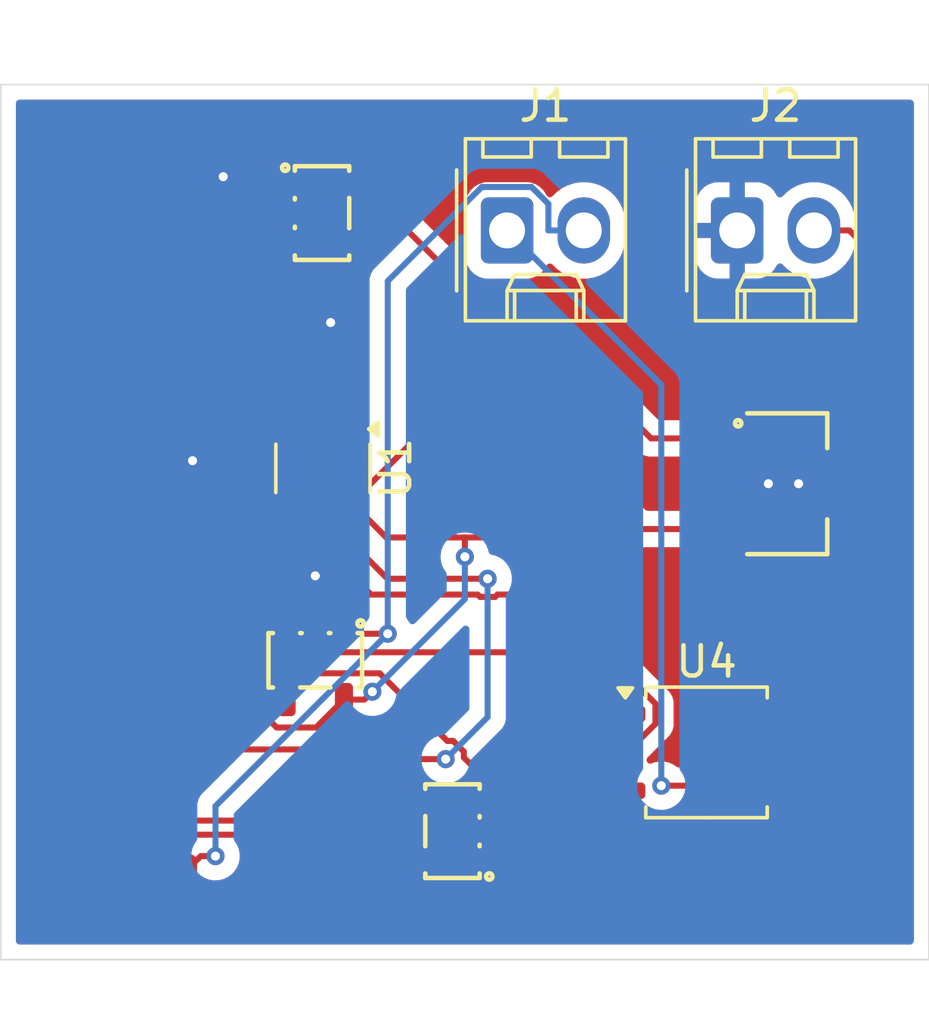
<source format=kicad_pcb>
(kicad_pcb (version 20241229) (generator "pcbnew") (generator_version "9.0")
  (layers (0 "F.Cu" signal) (2 "B.Cu" signal) (13 "F.Paste" user) (15 "B.Paste" user) (5 "F.SilkS" user "F.Silkscreen") (7 "B.SilkS" user "B.Silkscreen") (1 "F.Mask" user) (3 "B.Mask" user) (25 "Edge.Cuts" user))
  (net 0 "")
  (net 1 "+12V")
  (net 2 "GND")
  (net 3 "+5V")
  (net 4 "/LED_Power")
  (net 5 "/Raw_PCB_State_OK")
  (net 6 "/0.75V")
  (net 7 "/4.25V")
  (net 8 "Net-(R8-Pad1)")
  (net 9 "Net-(R8-Pad2)")
  (net 10 "/SCS_Compliance")
  (net 11 "/PCB_State_OK")
  (net 12 "Net-(U5-+)")
  (footprint "PCM_JLCPCB:C_0805" (layer "F.Cu") (at 83.312 75.184)
    (property "Reference" "C2" (hide yes))
    (property "Value" "330nF")
    (pad "1" smd roundrect (at -0.95 0) (size 1 1.45) (layers "F.Cu" "F.Mask" "F.Paste") (net 1 "+12V"))
    (pad "2" smd roundrect (at 0.95 0) (size 1 1.45) (layers "F.Cu" "F.Mask" "F.Paste") (net 2 "GND"))
  )
  (footprint "PCM_JLCPCB:R_0805" (layer "F.Cu") (at 68.728 86.262)
    (property "Reference" "R9" (hide yes))
    (property "Value" "10kΩ")
    (pad "1" smd roundrect (at -0.91 0) (size 1.02 1.4) (layers "F.Cu" "F.Mask" "F.Paste") (roundrect_rratio 0.243902) (net 3 "+5V"))
    (pad "2" smd roundrect (at 0.91 0) (size 1.02 1.4) (layers "F.Cu" "F.Mask" "F.Paste") (roundrect_rratio 0.243902) (net 10 "/SCS_Compliance"))
  )
  (footprint "PCM_JLCPCB:C_0805" (layer "F.Cu") (at 83.312 79.248)
    (property "Reference" "C3" (hide yes))
    (property "Value" "100nF")
    (pad "1" smd roundrect (at -0.95 0) (size 1 1.45) (layers "F.Cu" "F.Mask" "F.Paste") (net 3 "+5V"))
    (pad "2" smd roundrect (at 0.95 0) (size 1 1.45) (layers "F.Cu" "F.Mask" "F.Paste") (net 2 "GND"))
  )
  (footprint "Package_TO_SOT_SMD:SOT-23-5" (layer "F.Cu") (at 75.692 76.962 -90)
    (property "Reference" "U1" (at 0 -2.4 90) (layer "F.SilkS"))
    (property "Value" "74AHC1G08")
    (fp_line (start 0 1.56) (end -0.8 1.56) (stroke (width 0.12)) (layer "F.SilkS"))
    (fp_line (start 0 1.56) (end 0.8 1.56) (stroke (width 0.12)) (layer "F.SilkS"))
    (fp_line (start 0 -1.56) (end -0.8 -1.56) (stroke (width 0.12)) (layer "F.SilkS"))
    (fp_line (start 0 -1.56) (end 0.8 -1.56) (stroke (width 0.12)) (layer "F.SilkS"))
    (fp_poly (pts (xy -1.3 -1.51) (xy -1.54 -1.84) (xy -1.06 -1.84)) (stroke (width 0.12)) (fill yes) (layer "F.SilkS"))
    (pad "1" smd roundrect (at -1.1375 -0.95 270) (size 1.325 0.6) (layers "F.Cu" "F.Mask" "F.Paste") (net 11 "/PCB_State_OK"))
    (pad "2" smd roundrect (at -1.1375 0 270) (size 1.325 0.6) (layers "F.Cu" "F.Mask" "F.Paste") (net 10 "/SCS_Compliance"))
    (pad "3" smd roundrect (at -1.1375 0.95 270) (size 1.325 0.6) (layers "F.Cu" "F.Mask" "F.Paste") (net 2 "GND"))
    (pad "4" smd roundrect (at 1.1375 0.95 270) (size 1.325 0.6) (layers "F.Cu" "F.Mask" "F.Paste") (net 8 "Net-(R8-Pad1)"))
    (pad "5" smd roundrect (at 1.1375 -0.95 270) (size 1.325 0.6) (layers "F.Cu" "F.Mask" "F.Paste") (net 3 "+5V"))
  )
  (footprint "PCM_JLCPCB:R_0805" (layer "F.Cu") (at 68.58 82.55)
    (property "Reference" "R8" (hide yes))
    (property "Value" "2.2kΩ")
    (pad "1" smd roundrect (at -0.91 0) (size 1.02 1.4) (layers "F.Cu" "F.Mask" "F.Paste") (roundrect_rratio 0.243902) (net 8 "Net-(R8-Pad1)"))
    (pad "2" smd roundrect (at 0.91 0) (size 1.02 1.4) (layers "F.Cu" "F.Mask" "F.Paste") (roundrect_rratio 0.243902) (net 9 "Net-(R8-Pad2)"))
  )
  (footprint "Connector_Molex:Molex_KK-254_AE-6410-02A_1x02_P2.54mm_Vertical" (layer "F.Cu") (at 89.408 69.088)
    (property "Reference" "J2" (at 1.27 -4.12 0) (layer "F.SilkS"))
    (property "Value" "Conn_01x02")
    (fp_line (start -1.67 -2) (end -1.67 2) (stroke (width 0.12)) (layer "F.SilkS"))
    (fp_line (start -1.38 -3.03) (end -1.38 2.99) (stroke (width 0.12)) (layer "F.SilkS"))
    (fp_line (start -1.38 2.99) (end 3.92 2.99) (stroke (width 0.12)) (layer "F.SilkS"))
    (fp_line (start -0.8 -3.03) (end -0.8 -2.43) (stroke (width 0.12)) (layer "F.SilkS"))
    (fp_line (start -0.8 -2.43) (end 0.8 -2.43) (stroke (width 0.12)) (layer "F.SilkS"))
    (fp_line (start 0 1.99) (end 0.25 1.46) (stroke (width 0.12)) (layer "F.SilkS"))
    (fp_line (start 0 1.99) (end 2.54 1.99) (stroke (width 0.12)) (layer "F.SilkS"))
    (fp_line (start 0 2.99) (end 0 1.99) (stroke (width 0.12)) (layer "F.SilkS"))
    (fp_line (start 0.25 1.46) (end 2.29 1.46) (stroke (width 0.12)) (layer "F.SilkS"))
    (fp_line (start 0.25 2.99) (end 0.25 1.99) (stroke (width 0.12)) (layer "F.SilkS"))
    (fp_line (start 0.8 -2.43) (end 0.8 -3.03) (stroke (width 0.12)) (layer "F.SilkS"))
    (fp_line (start 1.74 -3.03) (end 1.74 -2.43) (stroke (width 0.12)) (layer "F.SilkS"))
    (fp_line (start 1.74 -2.43) (end 3.34 -2.43) (stroke (width 0.12)) (layer "F.SilkS"))
    (fp_line (start 2.29 1.46) (end 2.54 1.99) (stroke (width 0.12)) (layer "F.SilkS"))
    (fp_line (start 2.29 2.99) (end 2.29 1.99) (stroke (width 0.12)) (layer "F.SilkS"))
    (fp_line (start 2.54 1.99) (end 2.54 2.99) (stroke (width 0.12)) (layer "F.SilkS"))
    (fp_line (start 3.34 -2.43) (end 3.34 -3.03) (stroke (width 0.12)) (layer "F.SilkS"))
    (fp_line (start 3.92 -3.03) (end -1.38 -3.03) (stroke (width 0.12)) (layer "F.SilkS"))
    (fp_line (start 3.92 2.99) (end 3.92 -3.03) (stroke (width 0.12)) (layer "F.SilkS"))
    (pad "1" thru_hole roundrect (at 0 0) (size 1.74 2.19) (drill 1.19) (layers "*.Cu" "*.Mask") (roundrect_rratio 0.143678) (net 2 "GND"))
    (pad "2" thru_hole oval (at 2.54 0) (size 1.74 2.19) (drill 1.19) (layers "*.Cu" "*.Mask") (net 1 "+12V"))
  )
  (footprint "PCM_JLCPCB:R_0805" (layer "F.Cu") (at 70.104 90.424)
    (property "Reference" "R10" (hide yes))
    (property "Value" "510kΩ")
    (pad "1" smd roundrect (at -0.91 0) (size 1.02 1.4) (layers "F.Cu" "F.Mask" "F.Paste") (roundrect_rratio 0.243902) (net 2 "GND"))
    (pad "2" smd roundrect (at 0.91 0) (size 1.02 1.4) (layers "F.Cu" "F.Mask" "F.Paste") (roundrect_rratio 0.243902) (net 5 "/Raw_PCB_State_OK"))
  )
  (footprint "PCM_JLCPCB:R_0805" (layer "F.Cu") (at 68.728 75.438)
    (property "Reference" "R6" (hide yes))
    (property "Value" "12kΩ")
    (pad "1" smd roundrect (at -0.91 0) (size 1.02 1.4) (layers "F.Cu" "F.Mask" "F.Paste") (roundrect_rratio 0.243902) (net 6 "/0.75V"))
    (pad "2" smd roundrect (at 0.91 0) (size 1.02 1.4) (layers "F.Cu" "F.Mask" "F.Paste") (roundrect_rratio 0.243902) (net 2 "GND"))
  )
  (footprint "Package_SO:SOP-4_3.8x4.1mm_P2.54mm" (layer "F.Cu") (at 88.392 86.36)
    (property "Reference" "U4" (at 0 -3 0) (layer "F.SilkS"))
    (property "Value" "CPC1017N")
    (fp_line (start -2.01 -2.16) (end -2.01 -1.805) (stroke (width 0.12)) (layer "F.SilkS"))
    (fp_line (start -2.01 2.16) (end -2.01 1.805) (stroke (width 0.12)) (layer "F.SilkS"))
    (fp_line (start 0 -2.16) (end -2.01 -2.16) (stroke (width 0.12)) (layer "F.SilkS"))
    (fp_line (start 0 -2.16) (end 2.01 -2.16) (stroke (width 0.12)) (layer "F.SilkS"))
    (fp_line (start 0 2.16) (end -2.01 2.16) (stroke (width 0.12)) (layer "F.SilkS"))
    (fp_line (start 0 2.16) (end 2.01 2.16) (stroke (width 0.12)) (layer "F.SilkS"))
    (fp_line (start 2.01 -2.16) (end 2.01 -1.805) (stroke (width 0.12)) (layer "F.SilkS"))
    (fp_line (start 2.01 2.16) (end 2.01 1.805) (stroke (width 0.12)) (layer "F.SilkS"))
    (fp_poly (pts (xy -2.6875 -1.805) (xy -2.9275 -2.135) (xy -2.4475 -2.135)) (stroke (width 0.12)) (fill yes) (layer "F.SilkS"))
    (pad "1" smd roundrect (at -2.75 -1.27) (size 1.45 0.55) (layers "F.Cu" "F.Mask" "F.Paste") (net 9 "Net-(R8-Pad2)"))
    (pad "2" smd roundrect (at -2.75 1.27) (size 1.45 0.55) (layers "F.Cu" "F.Mask" "F.Paste") (net 2 "GND"))
    (pad "3" smd roundrect (at 2.75 1.27) (size 1.45 0.55) (layers "F.Cu" "F.Mask" "F.Paste") (net 4 "/LED_Power"))
    (pad "4" smd roundrect (at 2.75 -1.27) (size 1.45 0.55) (layers "F.Cu" "F.Mask" "F.Paste") (net 1 "+12V"))
  )
  (footprint "Connector_Molex:Molex_KK-254_AE-6410-02A_1x02_P2.54mm_Vertical" (layer "F.Cu") (at 81.788 69.088)
    (property "Reference" "J1" (at 1.27 -4.12 0) (layer "F.SilkS"))
    (property "Value" "Conn_01x02")
    (fp_line (start -1.67 -2) (end -1.67 2) (stroke (width 0.12)) (layer "F.SilkS"))
    (fp_line (start -1.38 -3.03) (end -1.38 2.99) (stroke (width 0.12)) (layer "F.SilkS"))
    (fp_line (start -1.38 2.99) (end 3.92 2.99) (stroke (width 0.12)) (layer "F.SilkS"))
    (fp_line (start -0.8 -3.03) (end -0.8 -2.43) (stroke (width 0.12)) (layer "F.SilkS"))
    (fp_line (start -0.8 -2.43) (end 0.8 -2.43) (stroke (width 0.12)) (layer "F.SilkS"))
    (fp_line (start 0 1.99) (end 0.25 1.46) (stroke (width 0.12)) (layer "F.SilkS"))
    (fp_line (start 0 1.99) (end 2.54 1.99) (stroke (width 0.12)) (layer "F.SilkS"))
    (fp_line (start 0 2.99) (end 0 1.99) (stroke (width 0.12)) (layer "F.SilkS"))
    (fp_line (start 0.25 1.46) (end 2.29 1.46) (stroke (width 0.12)) (layer "F.SilkS"))
    (fp_line (start 0.25 2.99) (end 0.25 1.99) (stroke (width 0.12)) (layer "F.SilkS"))
    (fp_line (start 0.8 -2.43) (end 0.8 -3.03) (stroke (width 0.12)) (layer "F.SilkS"))
    (fp_line (start 1.74 -3.03) (end 1.74 -2.43) (stroke (width 0.12)) (layer "F.SilkS"))
    (fp_line (start 1.74 -2.43) (end 3.34 -2.43) (stroke (width 0.12)) (layer "F.SilkS"))
    (fp_line (start 2.29 1.46) (end 2.54 1.99) (stroke (width 0.12)) (layer "F.SilkS"))
    (fp_line (start 2.29 2.99) (end 2.29 1.99) (stroke (width 0.12)) (layer "F.SilkS"))
    (fp_line (start 2.54 1.99) (end 2.54 2.99) (stroke (width 0.12)) (layer "F.SilkS"))
    (fp_line (start 3.34 -2.43) (end 3.34 -3.03) (stroke (width 0.12)) (layer "F.SilkS"))
    (fp_line (start 3.92 -3.03) (end -1.38 -3.03) (stroke (width 0.12)) (layer "F.SilkS"))
    (fp_line (start 3.92 2.99) (end 3.92 -3.03) (stroke (width 0.12)) (layer "F.SilkS"))
    (pad "1" thru_hole roundrect (at 0 0) (size 1.74 2.19) (drill 1.19) (layers "*.Cu" "*.Mask") (roundrect_rratio 0.143678) (net 4 "/LED_Power"))
    (pad "2" thru_hole oval (at 2.54 0) (size 1.74 2.19) (drill 1.19) (layers "*.Cu" "*.Mask") (net 5 "/Raw_PCB_State_OK"))
  )
  (footprint "PCM_JLCPCB:SOT-23-5_L3.0-W1.7-P0.95-LS2.8-BR" (layer "F.Cu") (at 75.438 83.312 90)
    (property "Reference" "U7" (hide yes))
    (property "Value" "LMV321IDBVR")
    (fp_line (start 0.9 -1.55) (end 0.9 -1.4) (stroke (width 0.15)) (layer "F.SilkS"))
    (fp_line (start -0.9 -1.55) (end 0.9 -1.55) (stroke (width 0.15)) (layer "F.SilkS"))
    (fp_line (start -0.9 -1.55) (end -0.9 -1.4) (stroke (width 0.15)) (layer "F.SilkS"))
    (fp_line (start 0.9 -0.5) (end 0.9 -0.45) (stroke (width 0.15)) (layer "F.SilkS"))
    (fp_line (start -0.9 -0.5) (end -0.9 0.5) (stroke (width 0.15)) (layer "F.SilkS"))
    (fp_line (start 0.9 0.45) (end 0.9 0.5) (stroke (width 0.15)) (layer "F.SilkS"))
    (fp_line (start 0.9 1.4) (end 0.9 1.55) (stroke (width 0.15)) (layer "F.SilkS"))
    (fp_line (start -0.9 1.4) (end -0.9 1.55) (stroke (width 0.15)) (layer "F.SilkS"))
    (fp_line (start -0.9 1.55) (end 0.9 1.55) (stroke (width 0.15)) (layer "F.SilkS"))
    (fp_circle (center 1.22 1.5) (end 1.25 1.5) (stroke (width 0.15)) (fill no) (layer "F.SilkS"))
    (pad "1" smd roundrect (at 1.3 0.95 90) (size 1.1 0.6) (layers "F.Cu" "F.Mask" "F.Paste") (net 5 "/Raw_PCB_State_OK"))
    (pad "2" smd roundrect (at 1.3 0 90) (size 1.1 0.6) (layers "F.Cu" "F.Mask" "F.Paste") (net 2 "GND"))
    (pad "3" smd roundrect (at 1.3 -0.95 90) (size 1.1 0.6) (layers "F.Cu" "F.Mask" "F.Paste") (net 12 "Net-(U5-+)"))
    (pad "4" smd roundrect (at -1.3 -0.95 90) (size 1.1 0.6) (layers "F.Cu" "F.Mask" "F.Paste") (net 12 "Net-(U5-+)"))
    (pad "5" smd roundrect (at -1.3 0.95 90) (size 1.1 0.6) (layers "F.Cu" "F.Mask" "F.Paste") (net 3 "+5V"))
  )
  (footprint "PCM_JLCPCB:SOT-23-5_L3.0-W1.7-P0.95-LS2.8-BR" (layer "F.Cu") (at 79.98 88.966)
    (property "Reference" "U8" (hide yes))
    (property "Value" "LMV321IDBVR")
    (fp_line (start -0.9 -1.55) (end -0.9 -1.4) (stroke (width 0.15)) (layer "F.SilkS"))
    (fp_line (start -0.9 -1.55) (end 0.9 -1.55) (stroke (width 0.15)) (layer "F.SilkS"))
    (fp_line (start -0.9 -0.5) (end -0.9 0.5) (stroke (width 0.15)) (layer "F.SilkS"))
    (fp_line (start -0.9 1.4) (end -0.9 1.55) (stroke (width 0.15)) (layer "F.SilkS"))
    (fp_line (start -0.9 1.55) (end 0.9 1.55) (stroke (width 0.15)) (layer "F.SilkS"))
    (fp_line (start 0.9 -1.55) (end 0.9 -1.4) (stroke (width 0.15)) (layer "F.SilkS"))
    (fp_line (start 0.9 -0.5) (end 0.9 -0.45) (stroke (width 0.15)) (layer "F.SilkS"))
    (fp_line (start 0.9 0.45) (end 0.9 0.5) (stroke (width 0.15)) (layer "F.SilkS"))
    (fp_line (start 0.9 1.4) (end 0.9 1.55) (stroke (width 0.15)) (layer "F.SilkS"))
    (fp_circle (center 1.22 1.5) (end 1.25 1.5) (stroke (width 0.15)) (fill no) (layer "F.SilkS"))
    (pad "1" smd roundrect (at 1.3 0.95) (size 1.1 0.6) (layers "F.Cu" "F.Mask" "F.Paste") (net 7 "/4.25V"))
    (pad "2" smd roundrect (at 1.3 0) (size 1.1 0.6) (layers "F.Cu" "F.Mask" "F.Paste") (net 2 "GND"))
    (pad "3" smd roundrect (at 1.3 -0.95) (size 1.1 0.6) (layers "F.Cu" "F.Mask" "F.Paste") (net 12 "Net-(U5-+)"))
    (pad "4" smd roundrect (at -1.3 -0.95) (size 1.1 0.6) (layers "F.Cu" "F.Mask" "F.Paste") (net 10 "/SCS_Compliance"))
    (pad "5" smd roundrect (at -1.3 0.95) (size 1.1 0.6) (layers "F.Cu" "F.Mask" "F.Paste") (net 3 "+5V"))
  )
  (footprint "PCM_JLCPCB:SOT-89-3_L4.5-W2.5-P1.50-LS4.2-BR" (layer "F.Cu") (at 90.44 77.47 180)
    (property "Reference" "U6" (hide yes))
    (property "Value" "78L05G")
    (fp_line (start 0.7 2.33) (end -1.95 2.33) (stroke (width 0.15)) (layer "F.SilkS"))
    (fp_line (start 0.7 -2.33) (end -1.95 -2.33) (stroke (width 0.15)) (layer "F.SilkS"))
    (fp_line (start -1.95 2.33) (end -1.95 1.18) (stroke (width 0.15)) (layer "F.SilkS"))
    (fp_line (start -1.95 -2.33) (end -1.95 -1.18) (stroke (width 0.15)) (layer "F.SilkS"))
    (fp_circle (center 1 2) (end 1.03 2) (stroke (width 0.15)) (fill no) (layer "F.SilkS"))
    (pad "1" smd roundrect (at 1.36 1.5 180) (size 1.58 0.67) (layers "F.Cu" "F.Mask" "F.Paste") (net 3 "+5V"))
    (pad "2" smd custom (at -1.36 0 180) (size 0.1 0.1) (layers "F.Cu" "F.Mask" "F.Paste") (net 2 "GND") (options (clearance outline) (anchor circle)) (primitives (gr_poly (pts (xy -0.926975 -0.95) (xy 0.927229 -0.95) (xy 0.971755 -0.948895) (xy 1.01618 -0.945771) (xy 1.060427 -0.940564) (xy 1.104369 -0.933299) (xy 1.14793 -0.923952) (xy 1.190983 -0.912598) (xy 1.233477 -0.899238) (xy 1.275286 -0.883896) (xy 1.316332 -0.866599) (xy 1.356541 -0.847422) (xy 1.395784 -0.826365) (xy 1.434011 -0.80348) (xy 1.47112 -0.778842) (xy 1.507036 -0.752502) (xy 1.541656 -0.724511) (xy 1.574956 -0.694895) (xy 1.606807 -0.66378) (xy 1.637186 -0.631191) (xy 1.665989 -0.597231) (xy 1.693167 -0.561951) (xy 1.718669 -0.525425) (xy 1.742418 -0.487757) (xy 1.764389 -0.448997) (xy 1.784531 -0.409271) (xy 1.802769 -0.329972) (xy 2.700102 -0.329972) (xy 2.700102 0.330023) (xy 1.802769 0.330023) (xy 1.784531 0.409373) (xy 1.764389 0.449098) (xy 1.742418 0.487859) (xy 1.718669 0.525527) (xy 1.693167 0.562052) (xy 1.665989 0.597333) (xy 1.637186 0.631293) (xy 1.606807 0.663881) (xy 1.574956 0.694996) (xy 1.541656 0.724613) (xy 1.507036 0.752604) (xy 1.47112 0.778943) (xy 1.434011 0.803581) (xy 1.395784 0.826467) (xy 1.356541 0.847523) (xy 1.316332 0.866701) (xy 1.275286 0.883998) (xy 1.233477 0.89934) (xy 1.190983 0.9127) (xy 1.14793 0.924054) (xy 1.104369 0.933401) (xy 1.060427 0.940665) (xy 1.01618 0.945872) (xy 0.971755 0.948997) (xy 0.927229 0.950064) (xy -0.926975 0.950064) (xy -0.971501 0.948997) (xy -1.015926 0.945872) (xy -1.060173 0.940665) (xy -1.104115 0.933401) (xy -1.147676 0.924054) (xy -1.190729 0.9127) (xy -1.233223 0.89934) (xy -1.275032 0.883998) (xy -1.316078 0.866701) (xy -1.356287 0.847523) (xy -1.39553 0.826467) (xy -1.433757 0.803581) (xy -1.470866 0.778943) (xy -1.506782 0.752604) (xy -1.541402 0.724613) (xy -1.574702 0.694996) (xy -1.606553 0.663881) (xy -1.636932 0.631293) (xy -1.665735 0.597333) (xy -1.692913 0.562052) (xy -1.718415 0.525527) (xy -1.742164 0.487859) (xy -1.764135 0.449098) (xy -1.784277 0.409373) (xy -1.802515 0.368733) (xy -1.818847 0.327305) (xy -1.833198 0.285141) (xy -1.845568 0.242342) (xy -1.855906 0.199009) (xy -1.864211 0.155271) (xy -1.87046 0.111151) (xy -1.874625 0.066802) (xy -1.876708 0.022327) (xy -1.876708 -0.022225) (xy -1.874625 -0.066701) (xy -1.87046 -0.111049) (xy -1.864211 -0.155169) (xy -1.855906 -0.198908) (xy -1.845568 -0.24224) (xy -1.833198 -0.285039) (xy -1.818847 -0.327203) (xy -1.802515 -0.368631) (xy -1.784277 -0.409271) (xy -1.764135 -0.448997) (xy -1.742164 -0.487757) (xy -1.718415 -0.525425) (xy -1.692913 -0.561951) (xy -1.665735 -0.597231) (xy -1.636932 -0.631191) (xy -1.606553 -0.66378) (xy -1.574702 -0.694895) (xy -1.541402 -0.724511) (xy -1.506782 -0.752502) (xy -1.470866 -0.778842) (xy -1.433757 -0.80348) (xy -1.39553 -0.826365) (xy -1.356287 -0.847422) (xy -1.316078 -0.866599) (xy -1.275032 -0.883896) (xy -1.233223 -0.899238) (xy -1.190729 -0.912598) (xy -1.147676 -0.923952) (xy -1.104115 -0.933299) (xy -1.060173 -0.940564) (xy -1.015926 -0.945771) (xy -0.971501 -0.948895) (xy -0.926975 -0.95)) (width 0) (fill yes))))
    (pad "2" thru_hole circle (at -1 0 180) (size 0.5 0.5) (drill 0.3) (layers "*.Cu" "F.Mask") (net 2 "GND"))
    (pad "2" smd oval (at -0.5 0 180) (size 3 2) (layers "B.Cu") (net 2 "GND"))
    (pad "2" thru_hole circle (at 0 0 180) (size 0.5 0.5) (drill 0.3) (layers "*.Cu" "F.Mask") (net 2 "GND"))
    (pad "2" smd roundrect (at 1.36 0 180) (size 1.58 0.67) (layers "F.Cu" "F.Mask" "F.Paste") (net 2 "GND"))
    (pad "3" smd roundrect (at 1.36 -1.5 180) (size 1.58 0.67) (layers "F.Cu" "F.Mask" "F.Paste") (net 1 "+12V"))
  )
  (footprint "PCM_JLCPCB:R_0805" (layer "F.Cu") (at 68.728 70.866)
    (property "Reference" "R4" (hide yes))
    (property "Value" "12kΩ")
    (pad "1" smd roundrect (at -0.91 0) (size 1.02 1.4) (layers "F.Cu" "F.Mask" "F.Paste") (roundrect_rratio 0.243902) (net 3 "+5V"))
    (pad "2" smd roundrect (at 0.91 0) (size 1.02 1.4) (layers "F.Cu" "F.Mask" "F.Paste") (roundrect_rratio 0.243902) (net 7 "/4.25V"))
  )
  (footprint "PCM_JLCPCB:R_0805" (layer "F.Cu") (at 68.567 66.886)
    (property "Reference" "R3" (hide yes))
    (property "Value" "82kΩ")
    (pad "1" smd roundrect (at -0.91 0) (size 1.02 1.4) (layers "F.Cu" "F.Mask" "F.Paste") (roundrect_rratio 0.243902) (net 3 "+5V"))
    (pad "2" smd roundrect (at 0.91 0) (size 1.02 1.4) (layers "F.Cu" "F.Mask" "F.Paste") (roundrect_rratio 0.243902) (net 6 "/0.75V"))
  )
  (footprint "PCM_JLCPCB:R_0805" (layer "F.Cu") (at 68.728 79.248)
    (property "Reference" "R7" (hide yes))
    (property "Value" "82kΩ")
    (pad "1" smd roundrect (at -0.91 0) (size 1.02 1.4) (layers "F.Cu" "F.Mask" "F.Paste") (roundrect_rratio 0.243902) (net 7 "/4.25V"))
    (pad "2" smd roundrect (at 0.91 0) (size 1.02 1.4) (layers "F.Cu" "F.Mask" "F.Paste") (roundrect_rratio 0.243902) (net 2 "GND"))
  )
  (footprint "PCM_JLCPCB:SOT-23-5_L3.0-W1.7-P0.95-LS2.8-BR" (layer "F.Cu") (at 75.662 68.514 180)
    (property "Reference" "U5" (hide yes))
    (property "Value" "LMV321IDBVR")
    (fp_line (start 0.9 1.4) (end 0.9 1.55) (stroke (width 0.15)) (layer "F.SilkS"))
    (fp_line (start 0.9 0.45) (end 0.9 0.5) (stroke (width 0.15)) (layer "F.SilkS"))
    (fp_line (start 0.9 -0.5) (end 0.9 -0.45) (stroke (width 0.15)) (layer "F.SilkS"))
    (fp_line (start 0.9 -1.55) (end 0.9 -1.4) (stroke (width 0.15)) (layer "F.SilkS"))
    (fp_line (start -0.9 1.55) (end 0.9 1.55) (stroke (width 0.15)) (layer "F.SilkS"))
    (fp_line (start -0.9 1.4) (end -0.9 1.55) (stroke (width 0.15)) (layer "F.SilkS"))
    (fp_line (start -0.9 -0.5) (end -0.9 0.5) (stroke (width 0.15)) (layer "F.SilkS"))
    (fp_line (start -0.9 -1.55) (end 0.9 -1.55) (stroke (width 0.15)) (layer "F.SilkS"))
    (fp_line (start -0.9 -1.55) (end -0.9 -1.4) (stroke (width 0.15)) (layer "F.SilkS"))
    (fp_circle (center 1.22 1.5) (end 1.25 1.5) (stroke (width 0.15)) (fill no) (layer "F.SilkS"))
    (pad "1" smd roundrect (at 1.3 0.95 180) (size 1.1 0.6) (layers "F.Cu" "F.Mask" "F.Paste") (net 12 "Net-(U5-+)"))
    (pad "2" smd roundrect (at 1.3 0 180) (size 1.1 0.6) (layers "F.Cu" "F.Mask" "F.Paste") (net 2 "GND"))
    (pad "3" smd roundrect (at 1.3 -0.95 180) (size 1.1 0.6) (layers "F.Cu" "F.Mask" "F.Paste") (net 6 "/0.75V"))
    (pad "4" smd roundrect (at -1.3 -0.95 180) (size 1.1 0.6) (layers "F.Cu" "F.Mask" "F.Paste") (net 10 "/SCS_Compliance"))
    (pad "5" smd roundrect (at -1.3 0.95 180) (size 1.1 0.6) (layers "F.Cu" "F.Mask" "F.Paste") (net 3 "+5V"))
  )
  (gr_line (start 75.946 72.136) (end 74.676 75.692) (stroke (width 0.2)) (layer "F.Cu") (net 2))
  (gr_rect (start 65.024 64.262) (end 95.758 93.218) (stroke (width 0.05)) (fill no) (layer "Edge.Cuts"))
  (segment (start 93.1197 69.088) (end 94.0004 69.9687) (width 0.2) (layer "F.Cu") (net 1))
  (segment (start 90.0916 79.9403) (end 90.0503 79.9403) (width 0.2) (layer "F.Cu") (net 1))
  (segment (start 94.0004 78.0142) (end 92.0743 79.9403) (width 0.2) (layer "F.Cu") (net 1))
  (segment (start 86.148 78.97) (end 89.08 78.97) (width 0.2) (layer "F.Cu") (net 1))
  (segment (start 91.142 85.09) (end 91.142 79.9403) (width 0.2) (layer "F.Cu") (net 1))
  (segment (start 92.0743 79.9403) (end 91.142 79.9403) (width 0.2) (layer "F.Cu") (net 1))
  (segment (start 90.0503 79.9403) (end 89.08 78.97) (width 0.2) (layer "F.Cu") (net 1))
  (segment (start 94.0004 69.9687) (end 94.0004 78.0142) (width 0.2) (layer "F.Cu") (net 1))
  (segment (start 91.142 79.9403) (end 90.0916 79.9403) (width 0.2) (layer "F.Cu") (net 1))
  (segment (start 91.948 69.088) (end 93.1197 69.088) (width 0.2) (layer "F.Cu") (net 1))
  (segment (start 82.362 75.184) (end 86.148 78.97) (width 0.2) (layer "F.Cu") (net 1))
  (segment (start 74.362 68.514) (end 73.594 68.514) (width 0.2) (layer "F.Cu") (net 2))
  (segment (start 75.438 82.012) (end 75.438 80.518) (width 0.2) (layer "F.Cu") (net 2))
  (segment (start 86.548 77.47) (end 89.08 77.47) (width 0.2) (layer "F.Cu") (net 2))
  (segment (start 84.262 75.184) (end 86.548 77.47) (width 0.2) (layer "F.Cu") (net 2))
  (segment (start 73.594 68.514) (end 72.39 67.31) (width 0.2) (layer "F.Cu") (net 2))
  (via (at 71.374 76.708) (size 0.6) (drill 0.3) (layers "F.Cu" "B.Cu") (net 2))
  (via (at 75.438 80.518) (size 0.6) (drill 0.3) (layers "F.Cu" "B.Cu") (net 2))
  (via (at 72.39 67.31) (size 0.6) (drill 0.3) (layers "F.Cu" "B.Cu") (net 2))
  (via (at 75.946 72.136) (size 0.6) (drill 0.3) (layers "F.Cu" "B.Cu") (net 2))
  (segment (start 89.08 75.97) (end 86.5553 75.97) (width 0.2) (layer "F.Cu") (net 3))
  (segment (start 83.2058 72.8358) (end 83.1179 72.8358) (width 0.2) (layer "F.Cu") (net 3))
  (segment (start 83.3036 72.9336) (end 83.2058 72.8358) (width 0.2) (layer "F.Cu") (net 3))
  (segment (start 82.9538 72.6717) (end 82.0698 72.6717) (width 0.2) (layer "F.Cu") (net 3))
  (segment (start 82.0698 72.6717) (end 76.642 78.0995) (width 0.2) (layer "F.Cu") (net 3))
  (segment (start 77.3808 88.6168) (end 78.68 89.916) (width 0.2) (layer "F.Cu") (net 3))
  (segment (start 77.3272 84.3513) (end 77.0665 84.612) (width 0.2) (layer "F.Cu") (net 3))
  (segment (start 67.9713 86.1087) (end 68.1281 86.2654) (width 0.2) (layer "F.Cu") (net 3))
  (segment (start 80.3911 79.8891) (end 80.3911 79.8875) (width 0.2) (layer "F.Cu") (net 3))
  (segment (start 80.3911 79.248) (end 80.3911 79.8891) (width 0.2) (layer "F.Cu") (net 3))
  (segment (start 75.4636 85.5364) (end 76.388 84.612) (width 0.2) (layer "F.Cu") (net 3))
  (segment (start 77.0665 84.612) (end 76.388 84.612) (width 0.2) (layer "F.Cu") (net 3))
  (segment (start 80.3911 79.248) (end 77.7905 79.248) (width 0.2) (layer "F.Cu") (net 3))
  (segment (start 67.818 66.7404) (end 67.818 70.866) (width 0.2) (layer "F.Cu") (net 3))
  (segment (start 69.1555 85.238) (end 73.8609 85.238) (width 0.2) (layer "F.Cu") (net 3))
  (segment (start 82.362 79.248) (end 80.3911 79.248) (width 0.2) (layer "F.Cu") (net 3))
  (segment (start 74.1593 85.5364) (end 75.4636 85.5364) (width 0.2) (layer "F.Cu") (net 3))
  (segment (start 83.5189 72.9336) (end 83.3036 72.9336) (width 0.2) (layer "F.Cu") (net 3))
  (segment (start 70.4794 88.6168) (end 77.3808 88.6168) (width 0.2) (layer "F.Cu") (net 3))
  (segment (start 68.1281 86.2654) (end 70.4794 88.6168) (width 0.2) (layer "F.Cu") (net 3))
  (segment (start 68.1281 86.2654) (end 69.1555 85.238) (width 0.2) (layer "F.Cu") (net 3))
  (segment (start 67.818 86.262) (end 67.9713 86.1087) (width 0.2) (layer "F.Cu") (net 3))
  (segment (start 86.5553 75.97) (end 83.5189 72.9336) (width 0.2) (layer "F.Cu") (net 3))
  (segment (start 75.2464 65.8484) (end 68.71 65.8484) (width 0.2) (layer "F.Cu") (net 3))
  (segment (start 73.8609 85.238) (end 74.1593 85.5364) (width 0.2) (layer "F.Cu") (net 3))
  (segment (start 76.962 67.564) (end 75.2464 65.8484) (width 0.2) (layer "F.Cu") (net 3))
  (segment (start 67.8103 66.7327) (end 67.657 66.886) (width 0.2) (layer "F.Cu") (net 3))
  (segment (start 83.1179 72.8358) (end 82.9538 72.6717) (width 0.2) (layer "F.Cu") (net 3))
  (segment (start 67.8103 66.7327) (end 67.818 66.7404) (width 0.2) (layer "F.Cu") (net 3))
  (segment (start 76.962 67.564) (end 82.0698 72.6717) (width 0.2) (layer "F.Cu") (net 3))
  (segment (start 77.7905 79.248) (end 76.642 78.0995) (width 0.2) (layer "F.Cu") (net 3))
  (segment (start 68.71 65.8484) (end 67.818 66.7404) (width 0.2) (layer "F.Cu") (net 3))
  (via (at 77.3272 84.3513) (size 0.6) (drill 0.3) (layers "F.Cu" "B.Cu") (net 3))
  (via (at 80.3911 79.8875) (size 0.6) (drill 0.3) (layers "F.Cu" "B.Cu") (net 3))
  (segment (start 80.3911 79.8891) (end 80.3911 81.2874) (width 0.2) (layer "B.Cu") (net 3))
  (segment (start 80.3911 81.2874) (end 77.3272 84.3513) (width 0.2) (layer "B.Cu") (net 3))
  (segment (start 80.3911 79.8891) (end 80.3911 79.8875) (width 0.2) (layer "B.Cu") (net 3))
  (segment (start 86.8946 87.461) (end 90.973 87.461) (width 0.2) (layer "F.Cu") (net 4))
  (segment (start 90.973 87.461) (end 91.142 87.63) (width 0.2) (layer "F.Cu") (net 4))
  (via (at 86.8946 87.461) (size 0.6) (drill 0.3) (layers "F.Cu" "B.Cu") (net 4))
  (segment (start 86.8946 74.1946) (end 86.8946 87.461) (width 0.2) (layer "B.Cu") (net 4))
  (segment (start 81.788 69.088) (end 86.8946 74.1946) (width 0.2) (layer "B.Cu") (net 4))
  (segment (start 71.6452 89.7928) (end 71.014 90.424) (width 0.2) (layer "F.Cu") (net 5))
  (segment (start 77.8368 82.4338) (end 76.8098 82.4338) (width 0.2) (layer "F.Cu") (net 5))
  (segment (start 72.1338 89.7928) (end 71.6452 89.7928) (width 0.2) (layer "F.Cu") (net 5))
  (segment (start 76.8098 82.4338) (end 76.388 82.012) (width 0.2) (layer "F.Cu") (net 5))
  (via (at 72.1338 89.7928) (size 0.6) (drill 0.3) (layers "F.Cu" "B.Cu") (net 5))
  (via (at 77.8368 82.4338) (size 0.6) (drill 0.3) (layers "F.Cu" "B.Cu") (net 5))
  (segment (start 84.328 69.088) (end 83.1563 69.088) (width 0.2) (layer "B.Cu") (net 5))
  (segment (start 77.8368 82.4338) (end 72.1338 88.1368) (width 0.2) (layer "B.Cu") (net 5))
  (segment (start 82.5979 67.6508) (end 80.9521 67.6508) (width 0.2) (layer "B.Cu") (net 5))
  (segment (start 80.9521 67.6508) (end 77.8368 70.7661) (width 0.2) (layer "B.Cu") (net 5))
  (segment (start 83.1563 68.2092) (end 82.5979 67.6508) (width 0.2) (layer "B.Cu") (net 5))
  (segment (start 72.1338 88.1368) (end 72.1338 89.7928) (width 0.2) (layer "B.Cu") (net 5))
  (segment (start 83.1563 69.088) (end 83.1563 68.2092) (width 0.2) (layer "B.Cu") (net 5))
  (segment (start 77.8368 70.7661) (end 77.8368 82.4338) (width 0.2) (layer "B.Cu") (net 5))
  (segment (start 73.792 69.464) (end 74.362 69.464) (width 0.2) (layer "F.Cu") (net 6))
  (segment (start 72.055 71.201) (end 72.055 69.464) (width 0.2) (layer "F.Cu") (net 6))
  (segment (start 73.7507 69.464) (end 73.792 69.464) (width 0.2) (layer "F.Cu") (net 6))
  (segment (start 67.818 75.438) (end 72.055 71.201) (width 0.2) (layer "F.Cu") (net 6))
  (segment (start 69.477 66.886) (end 72.055 69.464) (width 0.2) (layer "F.Cu") (net 6))
  (segment (start 72.055 69.464) (end 73.7507 69.464) (width 0.2) (layer "F.Cu") (net 6))
  (segment (start 66.9722 78.4022) (end 66.9722 73.5318) (width 0.2) (layer "F.Cu") (net 7))
  (segment (start 80.6735 90.5225) (end 74.2819 90.5225) (width 0.2) (layer "F.Cu") (net 7))
  (segment (start 66.9722 73.5318) (end 69.638 70.866) (width 0.2) (layer "F.Cu") (net 7))
  (segment (start 72.8426 89.0832) (end 69.1389 89.0832) (width 0.2) (layer "F.Cu") (net 7))
  (segment (start 67.818 79.248) (end 66.9722 78.4022) (width 0.2) (layer "F.Cu") (net 7))
  (segment (start 69.1389 89.0832) (end 66.8567 86.801) (width 0.2) (layer "F.Cu") (net 7))
  (segment (start 81.28 89.916) (end 80.6735 90.5225) (width 0.2) (layer "F.Cu") (net 7))
  (segment (start 66.8567 80.2093) (end 67.818 79.248) (width 0.2) (layer "F.Cu") (net 7))
  (segment (start 66.8567 86.801) (end 66.8567 80.2093) (width 0.2) (layer "F.Cu") (net 7))
  (segment (start 74.2819 90.5225) (end 72.8426 89.0832) (width 0.2) (layer "F.Cu") (net 7))
  (segment (start 72.0165 80.825) (end 69.395 80.825) (width 0.2) (layer "F.Cu") (net 8))
  (segment (start 69.395 80.825) (end 67.67 82.55) (width 0.2) (layer "F.Cu") (net 8))
  (segment (start 74.742 78.0995) (end 72.0165 80.825) (width 0.2) (layer "F.Cu") (net 8))
  (segment (start 83.599 83.047) (end 85.642 85.09) (width 0.2) (layer "F.Cu") (net 9))
  (segment (start 69.987 83.047) (end 83.599 83.047) (width 0.2) (layer "F.Cu") (net 9))
  (segment (start 69.49 82.55) (end 69.987 83.047) (width 0.2) (layer "F.Cu") (net 9))
  (segment (start 77.7343 88.016) (end 77.0323 88.016) (width 0.2) (layer "F.Cu") (net 10))
  (segment (start 79.7551 86.5831) (end 77.0323 86.5831) (width 0.2) (layer "F.Cu") (net 10))
  (segment (start 77.8296 80.6136) (end 81.1442 80.6136) (width 0.2) (layer "F.Cu") (net 10))
  (segment (start 77.0323 88.016) (end 77.0323 86.5831) (width 0.2) (layer "F.Cu") (net 10))
  (segment (start 77.0323 86.262) (end 69.638 86.262) (width 0.2) (layer "F.Cu") (net 10))
  (segment (start 75.8431 75.9756) (end 75.8431 78.6271) (width 0.2) (layer "F.Cu") (net 10))
  (segment (start 78.68 88.016) (end 77.7343 88.016) (width 0.2) (layer "F.Cu") (net 10))
  (segment (start 77.0323 86.5831) (end 77.0323 86.3033) (width 0.2) (layer "F.Cu") (net 10))
  (segment (start 76.962 72.136) (end 75.692 75.8245) (width 0.2) (layer "F.Cu") (net 10))
  (segment (start 77.0323 86.3033) (end 77.0323 86.262) (width 0.2) (layer "F.Cu") (net 10))
  (segment (start 76.962 69.464) (end 76.962 72.136) (width 0.2) (layer "F.Cu") (net 10))
  (segment (start 75.8431 78.6271) (end 77.8296 80.6136) (width 0.2) (layer "F.Cu") (net 10))
  (segment (start 75.692 75.8245) (end 75.8431 75.9756) (width 0.2) (layer "F.Cu") (net 10))
  (via (at 81.1442 80.6136) (size 0.6) (drill 0.3) (layers "F.Cu" "B.Cu") (net 10))
  (via (at 79.7551 86.5831) (size 0.6) (drill 0.3) (layers "F.Cu" "B.Cu") (net 10))
  (segment (start 81.1442 80.6136) (end 81.1442 85.194) (width 0.2) (layer "B.Cu") (net 10))
  (segment (start 81.1442 85.194) (end 79.7551 86.5831) (width 0.2) (layer "B.Cu") (net 10))
  (segment (start 75.3754 77.4264) (end 75.3754 77.7029) (width 0.2) (layer "F.Cu") (net 12))
  (segment (start 74.676 79.502) (end 74.5293 81.1382) (width 0.2) (layer "F.Cu") (net 12))
  (segment (start 80.3568 86.53) (end 80.3568 86.3339) (width 0.2) (layer "F.Cu") (net 12))
  (segment (start 83.0915 81.1382) (end 86.7004 84.7471) (width 0.2) (layer "F.Cu") (net 12))
  (segment (start 80.8951 81.2153) (end 81.3934 81.2153) (width 0.2) (layer "F.Cu") (net 12))
  (segment (start 81.3934 81.2153) (end 81.4705 81.1382) (width 0.2) (layer "F.Cu") (net 12))
  (segment (start 86.7004 84.7471) (end 86.7004 85.4153) (width 0.2) (layer "F.Cu") (net 12))
  (segment (start 80.0043 85.9814) (end 79.8082 85.9814) (width 0.2) (layer "F.Cu") (net 12))
  (segment (start 81.4705 81.1382) (end 83.0915 81.1382) (width 0.2) (layer "F.Cu") (net 12))
  (segment (start 75.3769 78.3478) (end 75.3754 78.3493) (width 0.2) (layer "F.Cu") (net 12))
  (segment (start 75.3769 77.7044) (end 75.3769 78.3478) (width 0.2) (layer "F.Cu") (net 12))
  (segment (start 77.216 81.0697) (end 75.3769 79.2306) (width 0.2) (layer "F.Cu") (net 12))
  (segment (start 80.3568 86.3339) (end 80.0043 85.9814) (width 0.2) (layer "F.Cu") (net 12))
  (segment (start 75.3754 79.2291) (end 75.3769 79.2306) (width 0.2) (layer "F.Cu") (net 12))
  (segment (start 74.488 81.1382) (end 74.488 82.012) (width 0.2) (layer "F.Cu") (net 12))
  (segment (start 74.1397 75.1246) (end 74.1397 76.5861) (width 0.2) (layer "F.Cu") (net 12))
  (segment (start 77.216 81.1382) (end 80.818 81.1382) (width 0.2) (layer "F.Cu") (net 12))
  (segment (start 81.28 87.4532) (end 80.3568 86.53) (width 0.2) (layer "F.Cu") (net 12))
  (segment (start 80.818 81.1382) (end 80.8951 81.2153) (width 0.2) (layer "F.Cu") (net 12))
  (segment (start 77.216 81.1382) (end 77.216 81.0697) (width 0.2) (layer "F.Cu") (net 12))
  (segment (start 74.9474 76.9984) (end 75.3754 77.4264) (width 0.2) (layer "F.Cu") (net 12))
  (segment (start 86.7004 85.4153) (end 85.7557 86.36) (width 0.2) (layer "F.Cu") (net 12))
  (segment (start 75.3567 83.7433) (end 74.488 84.612) (width 0.2) (layer "F.Cu") (net 12))
  (segment (start 79.8082 85.9814) (end 77.5701 83.7433) (width 0.2) (layer "F.Cu") (net 12))
  (segment (start 82.936 86.36) (end 81.28 88.016) (width 0.2) (layer "F.Cu") (net 12))
  (segment (start 75.3754 77.7029) (end 75.3769 77.7044) (width 0.2) (layer "F.Cu") (net 12))
  (segment (start 81.28 88.016) (end 81.28 87.4532) (width 0.2) (layer "F.Cu") (net 12))
  (segment (start 75.3754 78.3493) (end 75.3754 79.2291) (width 0.2) (layer "F.Cu") (net 12))
  (segment (start 75.217 72.136) (end 74.1397 75.1246) (width 0.2) (layer "F.Cu") (net 12))
  (segment (start 75.3769 79.2306) (end 74.676 79.502) (width 0.2) (layer "F.Cu") (net 12))
  (segment (start 74.6761 67.564) (end 75.217 68.1049) (width 0.2) (layer "F.Cu") (net 12))
  (segment (start 74.5293 81.1382) (end 74.488 81.1382) (width 0.2) (layer "F.Cu") (net 12))
  (segment (start 74.1397 76.5861) (end 74.552 76.9984) (width 0.2) (layer "F.Cu") (net 12))
  (segment (start 77.5701 83.7433) (end 75.3567 83.7433) (width 0.2) (layer "F.Cu") (net 12))
  (segment (start 74.362 67.564) (end 74.6761 67.564) (width 0.2) (layer "F.Cu") (net 12))
  (segment (start 75.217 68.1049) (end 75.217 72.136) (width 0.2) (layer "F.Cu") (net 12))
  (segment (start 74.552 76.9984) (end 74.9474 76.9984) (width 0.2) (layer "F.Cu") (net 12))
  (segment (start 85.7557 86.36) (end 82.936 86.36) (width 0.2) (layer "F.Cu") (net 12))
  (zone (net 2) (net_name "GND") (layers "F.Cu" "B.Cu") (connect_pads (clearance 0.5)) (min_thickness 0.25) (fill yes (thermal_gap 0.5) (thermal_bridge_width 0.5))
    (polygon (pts (xy 65.024 64.262) (xy 95.758 64.262) (xy 95.758 93.218) (xy 65.024 93.218)))
  )
)
</source>
